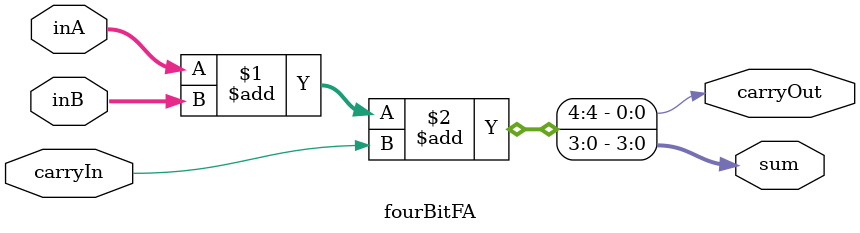
<source format=v>
module fourBitFA(inA, inB, carryIn, sum, carryOut);
	input [3:0]inA, inB;
	input carryIn;
	output [3:0]sum;
	output carryOut;
	
	assign {carryOut, sum}=inA+inB+carryIn;

endmodule
</source>
